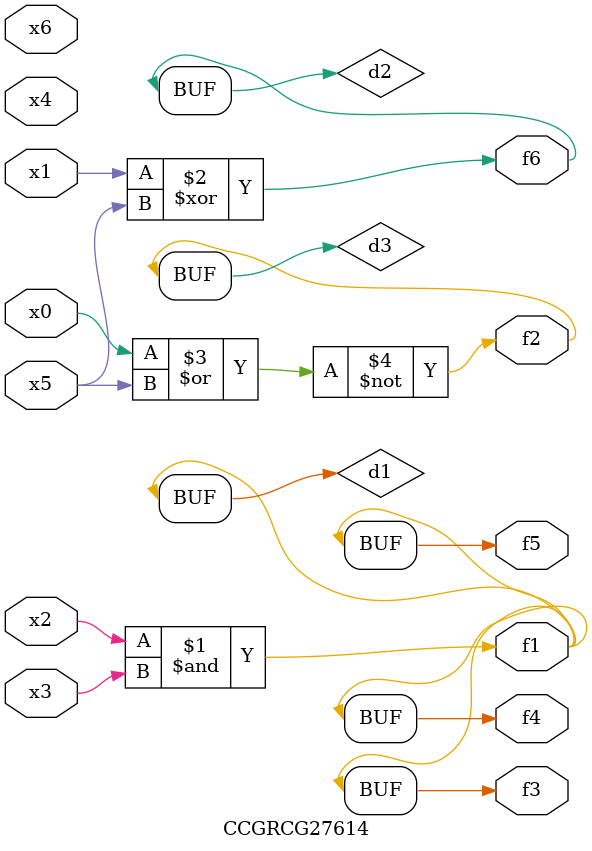
<source format=v>
module CCGRCG27614(
	input x0, x1, x2, x3, x4, x5, x6,
	output f1, f2, f3, f4, f5, f6
);

	wire d1, d2, d3;

	and (d1, x2, x3);
	xor (d2, x1, x5);
	nor (d3, x0, x5);
	assign f1 = d1;
	assign f2 = d3;
	assign f3 = d1;
	assign f4 = d1;
	assign f5 = d1;
	assign f6 = d2;
endmodule

</source>
